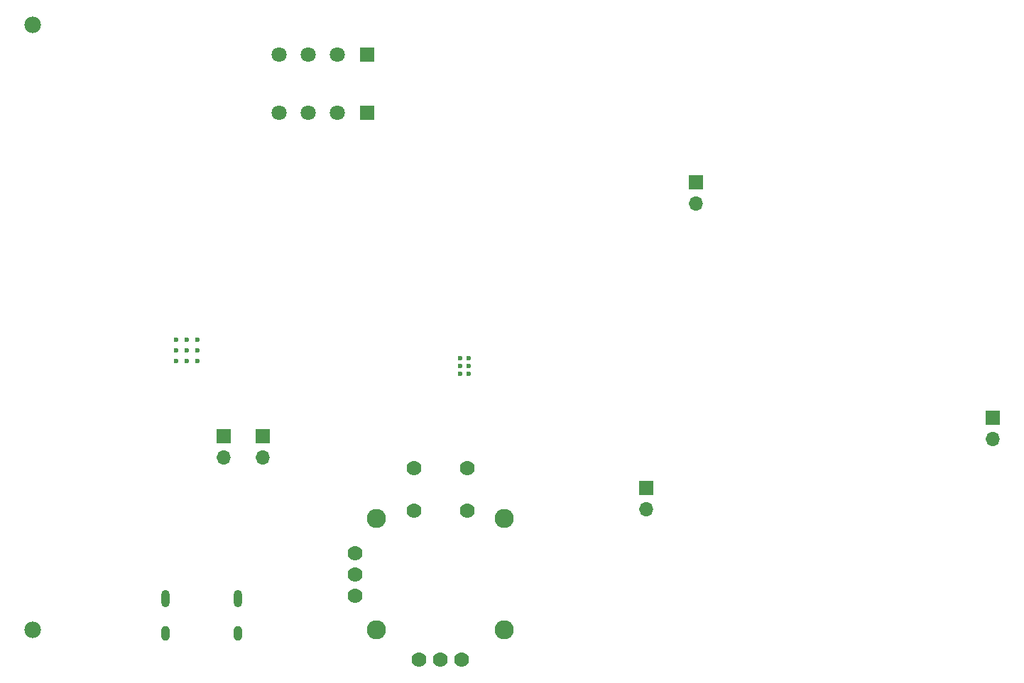
<source format=gbr>
%TF.GenerationSoftware,KiCad,Pcbnew,8.0.0*%
%TF.CreationDate,2024-04-27T18:31:45+01:00*%
%TF.ProjectId,StepUp,53746570-5570-42e6-9b69-6361645f7063,rev?*%
%TF.SameCoordinates,Original*%
%TF.FileFunction,Copper,L3,Inr*%
%TF.FilePolarity,Positive*%
%FSLAX46Y46*%
G04 Gerber Fmt 4.6, Leading zero omitted, Abs format (unit mm)*
G04 Created by KiCad (PCBNEW 8.0.0) date 2024-04-27 18:31:45*
%MOMM*%
%LPD*%
G01*
G04 APERTURE LIST*
%TA.AperFunction,ComponentPad*%
%ADD10R,1.800000X1.800000*%
%TD*%
%TA.AperFunction,ComponentPad*%
%ADD11C,1.800000*%
%TD*%
%TA.AperFunction,ComponentPad*%
%ADD12C,1.980000*%
%TD*%
%TA.AperFunction,ComponentPad*%
%ADD13R,1.700000X1.700000*%
%TD*%
%TA.AperFunction,ComponentPad*%
%ADD14O,1.700000X1.700000*%
%TD*%
%TA.AperFunction,HeatsinkPad*%
%ADD15C,0.600000*%
%TD*%
%TA.AperFunction,ComponentPad*%
%ADD16C,0.600000*%
%TD*%
%TA.AperFunction,ComponentPad*%
%ADD17C,1.778000*%
%TD*%
%TA.AperFunction,ComponentPad*%
%ADD18C,2.286000*%
%TD*%
%TA.AperFunction,ComponentPad*%
%ADD19O,1.000000X2.100000*%
%TD*%
%TA.AperFunction,ComponentPad*%
%ADD20O,1.000000X1.800000*%
%TD*%
G04 APERTURE END LIST*
D10*
%TO.N,/Motor Driver/OA1*%
%TO.C,J3*%
X144250000Y-79437500D03*
D11*
%TO.N,/Motor Driver/OA2*%
X140750000Y-79437500D03*
%TO.N,/Motor Driver/OB1*%
X137250000Y-79437500D03*
%TO.N,/Motor Driver/OB2*%
X133750000Y-79437500D03*
D10*
%TO.N,/Motor Driver/OA1*%
X144250000Y-72437500D03*
D11*
%TO.N,/Motor Driver/OA2*%
X140750000Y-72437500D03*
%TO.N,/Motor Driver/OB1*%
X137250000Y-72437500D03*
%TO.N,/Motor Driver/OB2*%
X133750000Y-72437500D03*
%TD*%
D12*
%TO.N,GND*%
%TO.C,BT1*%
X104390000Y-141110000D03*
%TO.N,Vbat*%
X104390000Y-68890000D03*
%TD*%
D13*
%TO.N,V_USB*%
%TO.C,J1*%
X183500000Y-87730000D03*
D14*
%TO.N,Net-(D3-A)*%
X183500000Y-90270000D03*
%TD*%
D15*
%TO.N,GND*%
%TO.C,U7*%
X155350000Y-108695000D03*
X155350000Y-109645000D03*
X155350000Y-110595000D03*
X156350000Y-108695000D03*
X156350000Y-109645000D03*
X156350000Y-110595000D03*
%TD*%
D16*
%TO.N,GND*%
%TO.C,U2*%
X121450000Y-106500000D03*
X121450000Y-107775000D03*
X121450000Y-109050000D03*
X122725000Y-106500000D03*
X122725000Y-107775000D03*
X122725000Y-109050000D03*
X124000000Y-106500000D03*
X124000000Y-107775000D03*
X124000000Y-109050000D03*
%TD*%
D17*
%TO.N,JOYSTSICK_BUTTON*%
%TO.C,U8*%
X149825000Y-121800000D03*
%TO.N,N/C*%
X156175000Y-121800000D03*
%TO.N,GND*%
X149825000Y-126880000D03*
%TO.N,N/C*%
X156175000Y-126880000D03*
%TO.N,+3V3*%
X150460000Y-144660000D03*
%TO.N,JOYSTSICK_AXIS_H*%
X153000000Y-144660000D03*
%TO.N,GND*%
X155540000Y-144660000D03*
D18*
X145380000Y-127832500D03*
X145380000Y-141167500D03*
X160620000Y-141167500D03*
X160620000Y-127832500D03*
D17*
%TO.N,+3V3*%
X142840000Y-131960000D03*
%TO.N,JOYSTSICK_AXIS_V*%
X142840000Y-134500000D03*
%TO.N,GND*%
X142840000Y-137040000D03*
%TD*%
D13*
%TO.N,Vbat*%
%TO.C,J4*%
X127150000Y-118000000D03*
D14*
%TO.N,Net-(J4-Pin_2)*%
X127150000Y-120540000D03*
%TD*%
D19*
%TO.N,GND*%
%TO.C,J8*%
X120180000Y-137395000D03*
D20*
X120180000Y-141575000D03*
D19*
X128820000Y-137395000D03*
D20*
X128820000Y-141575000D03*
%TD*%
D13*
%TO.N,Vbat*%
%TO.C,J7*%
X177500000Y-124225000D03*
D14*
%TO.N,/Power/BOOST_VIN*%
X177500000Y-126765000D03*
%TD*%
D13*
%TO.N,V_USB*%
%TO.C,J5*%
X131800000Y-118000000D03*
D14*
%TO.N,Net-(J5-Pin_2)*%
X131800000Y-120540000D03*
%TD*%
D13*
%TO.N,VMotor*%
%TO.C,J2*%
X218865000Y-115790000D03*
D14*
%TO.N,/Power/BOOST_VOUT*%
X218865000Y-118330000D03*
%TD*%
M02*

</source>
